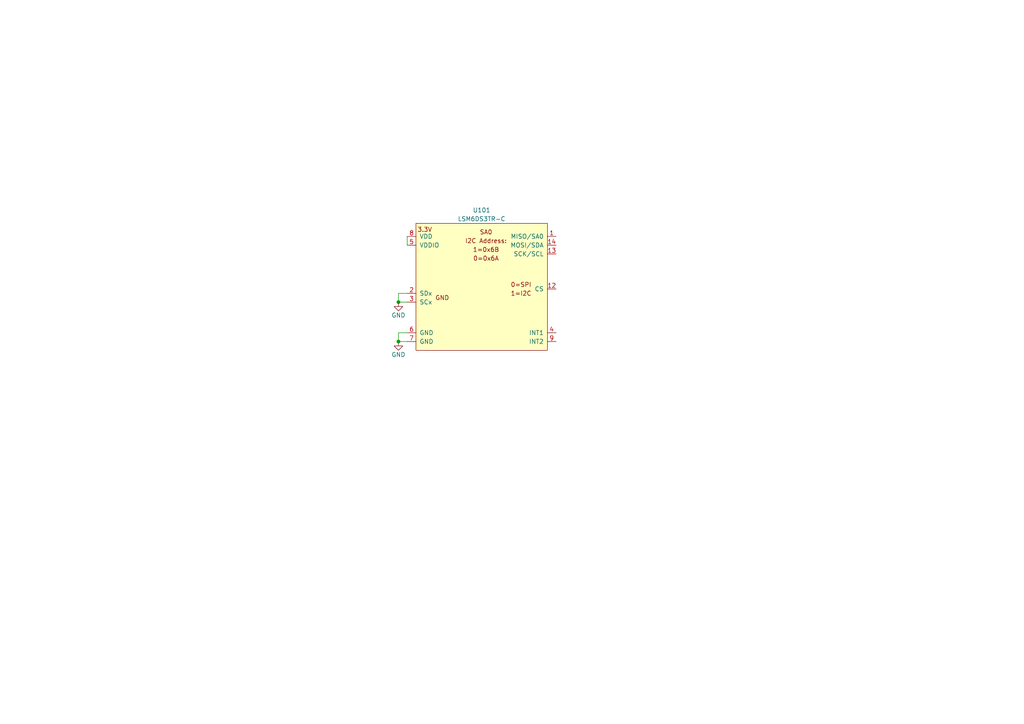
<source format=kicad_sch>
(kicad_sch (version 20211123) (generator eeschema)
  (paper "A4")
  (lib_symbols
    (symbol "LSM6DS3TR-C:LSM6DS3TR-C" (pin_names (offset 1.016))
      (property "Reference" "U101" (at 0 22.86 0))
      (property "Value" "LSM6DS3TR-C" (at 0 20.32 0))
      (symbol "LSM6DS3TR-C_0_0"
        (rectangle (start -19.05 19.05) (end 19.05 -17.78) (fill (type background)))
        (text "0=0x6A" (at 1.27 8.89 0) (effects (font (size 1.27 1.27))))
        (text "0=SPI" (at 11.43 1.27 0) (effects (font (size 1.27 1.27))))
        (text "1=0x6B" (at 1.27 11.43 0) (effects (font (size 1.27 1.27))))
        (text "1=I2C" (at 11.43 -1.27 0) (effects (font (size 1.27 1.27))))
        (text "3.3V" (at -16.51 16.51 0) (effects (font (size 1.27 1.27)) (justify bottom)))
        (text "GND" (at -11.43 -2.54 0) (effects (font (size 1.27 1.27))))
        (text "I2C Address:" (at 1.27 13.97 0) (effects (font (size 1.27 1.27))))
        (text "SA0" (at 1.27 16.51 0) (effects (font (size 1.27 1.27))))
        (pin bidirectional line (at 21.59 15.24 180) (length 2.54) (name "MISO/SA0") (number "1"))
        (pin no_connect line (at -21.59 -7.62 0) (length 2.54) hide (name "NC") (number "10"))
        (pin no_connect line (at -21.59 -7.62 0) (length 2.54) hide (name "NC") (number "11"))
        (pin bidirectional line (at 21.59 0 180) (length 2.54) (name "CS") (number "12"))
        (pin bidirectional line (at 21.59 10.16 180) (length 2.54) (name "SCK/SCL") (number "13"))
        (pin bidirectional line (at 21.59 12.7 180) (length 2.54) (name "MOSI/SDA") (number "14"))
        (pin bidirectional line (at -21.59 -1.27 0) (length 2.54) (name "SDx") (number "2"))
        (pin bidirectional line (at -21.59 -3.81 0) (length 2.54) (name "SCx") (number "3"))
        (pin bidirectional line (at 21.59 -12.7 180) (length 2.54) (name "INT1") (number "4"))
        (pin bidirectional line (at -21.59 12.7 0) (length 2.54) (name "VDDIO") (number "5"))
        (pin bidirectional line (at -21.59 -12.7 0) (length 2.54) (name "GND") (number "6"))
        (pin bidirectional line (at -21.59 -15.24 0) (length 2.54) (name "GND") (number "7"))
        (pin bidirectional line (at -21.59 15.24 0) (length 2.54) (name "VDD") (number "8"))
        (pin bidirectional line (at 21.59 -15.24 180) (length 2.54) (name "INT2") (number "9"))
      )
    )
    (symbol "power:GND" (power) (pin_names (offset 0))
      (property "Value" "GND" (at 0 -3.81 0))
      (symbol "GND_0_1"
        (polyline (pts (xy 0 0) (xy 0 -1.27) (xy 1.27 -1.27) (xy 0 -2.54) (xy -1.27 -1.27) (xy 0 -1.27)))
      )
      (symbol "GND_1_1"
        (pin power_in line (at 0 0 270) (length 0) hide (name "GND") (number "1"))
      )
    )
  )
  (junction (at 115.57 87.63))
  (junction (at 115.57 99.06))
  (wire (pts (xy 115.57 85.09) (xy 115.57 87.63)))
  (wire (pts (xy 115.57 87.63) (xy 118.11 87.63)))
  (wire (pts (xy 118.11 96.52) (xy 115.57 96.52)))
  (wire (pts (xy 118.11 68.58) (xy 118.11 71.12)))
  (wire (pts (xy 115.57 96.52) (xy 115.57 99.06)))
  (wire (pts (xy 115.57 99.06) (xy 118.11 99.06)))
  (wire (pts (xy 118.11 85.09) (xy 115.57 85.09)))
  (symbol (lib_id "power:GND") (at 115.57 99.06 0) (unit 1)
    (property "Reference" "#PWR0107" (effects hide))
    (property "Value" "GND" (at 115.57 102.87 0))
  )
  (symbol (lib_id "LSM6DS3TR-C:LSM6DS3TR-C") (at 139.7 83.82 0) (unit 1)
    (property "Reference" "U101" (at 139.7 60.96 0))
    (property "Value" "LSM6DS3TR-C" (at 139.7 63.5 0))
    (property "Footprint" "LSM6DS3TR-C:LGA-14-2.5X3MM" (effects hide))
    (property "JLCPCB P/N" "C967633" (effects hide))
  )
  (symbol (lib_id "power:GND") (at 115.57 87.63 0) (unit 1)
    (property "Reference" "#PWR0106" (effects hide))
    (property "Value" "~" (at 115.57 91.44 0))
  )
)
</source>
